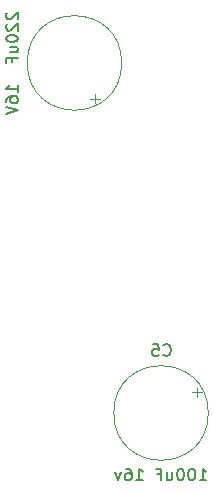
<source format=gbr>
%TF.GenerationSoftware,KiCad,Pcbnew,5.1.7-a382d34a8~88~ubuntu18.04.1*%
%TF.CreationDate,2021-04-24T23:47:22-04:00*%
%TF.ProjectId,coco2,636f636f-322e-46b6-9963-61645f706362,1.0.1*%
%TF.SameCoordinates,Original*%
%TF.FileFunction,Other,Fab,Bot*%
%FSLAX46Y46*%
G04 Gerber Fmt 4.6, Leading zero omitted, Abs format (unit mm)*
G04 Created by KiCad (PCBNEW 5.1.7-a382d34a8~88~ubuntu18.04.1) date 2021-04-24 23:47:22*
%MOMM*%
%LPD*%
G01*
G04 APERTURE LIST*
%ADD10C,0.100000*%
%ADD11C,0.150000*%
G04 APERTURE END LIST*
D10*
%TO.C,C1*%
X65490000Y-111080000D02*
G75*
G03*
X65490000Y-111080000I-4000000J0D01*
G01*
X63237500Y-114506759D02*
X63237500Y-113706759D01*
X63637500Y-114106759D02*
X62837500Y-114106759D01*
%TO.C,C5*%
X71846759Y-138572500D02*
X71846759Y-139372500D01*
X72246759Y-138972500D02*
X71446759Y-138972500D01*
X72820000Y-140720000D02*
G75*
G03*
X72820000Y-140720000I-4000000J0D01*
G01*
%TD*%
%TO.C,C1*%
D11*
X55787619Y-106818095D02*
X55740000Y-106865714D01*
X55692380Y-106960952D01*
X55692380Y-107199047D01*
X55740000Y-107294285D01*
X55787619Y-107341904D01*
X55882857Y-107389523D01*
X55978095Y-107389523D01*
X56120952Y-107341904D01*
X56692380Y-106770476D01*
X56692380Y-107389523D01*
X55787619Y-107770476D02*
X55740000Y-107818095D01*
X55692380Y-107913333D01*
X55692380Y-108151428D01*
X55740000Y-108246666D01*
X55787619Y-108294285D01*
X55882857Y-108341904D01*
X55978095Y-108341904D01*
X56120952Y-108294285D01*
X56692380Y-107722857D01*
X56692380Y-108341904D01*
X55692380Y-108960952D02*
X55692380Y-109056190D01*
X55740000Y-109151428D01*
X55787619Y-109199047D01*
X55882857Y-109246666D01*
X56073333Y-109294285D01*
X56311428Y-109294285D01*
X56501904Y-109246666D01*
X56597142Y-109199047D01*
X56644761Y-109151428D01*
X56692380Y-109056190D01*
X56692380Y-108960952D01*
X56644761Y-108865714D01*
X56597142Y-108818095D01*
X56501904Y-108770476D01*
X56311428Y-108722857D01*
X56073333Y-108722857D01*
X55882857Y-108770476D01*
X55787619Y-108818095D01*
X55740000Y-108865714D01*
X55692380Y-108960952D01*
X56025714Y-110151428D02*
X56692380Y-110151428D01*
X56025714Y-109722857D02*
X56549523Y-109722857D01*
X56644761Y-109770476D01*
X56692380Y-109865714D01*
X56692380Y-110008571D01*
X56644761Y-110103809D01*
X56597142Y-110151428D01*
X56168571Y-110960952D02*
X56168571Y-110627619D01*
X56692380Y-110627619D02*
X55692380Y-110627619D01*
X55692380Y-111103809D01*
X56692380Y-113532380D02*
X56692380Y-112960952D01*
X56692380Y-113246666D02*
X55692380Y-113246666D01*
X55835238Y-113151428D01*
X55930476Y-113056190D01*
X55978095Y-112960952D01*
X55692380Y-114389523D02*
X55692380Y-114199047D01*
X55740000Y-114103809D01*
X55787619Y-114056190D01*
X55930476Y-113960952D01*
X56120952Y-113913333D01*
X56501904Y-113913333D01*
X56597142Y-113960952D01*
X56644761Y-114008571D01*
X56692380Y-114103809D01*
X56692380Y-114294285D01*
X56644761Y-114389523D01*
X56597142Y-114437142D01*
X56501904Y-114484761D01*
X56263809Y-114484761D01*
X56168571Y-114437142D01*
X56120952Y-114389523D01*
X56073333Y-114294285D01*
X56073333Y-114103809D01*
X56120952Y-114008571D01*
X56168571Y-113960952D01*
X56263809Y-113913333D01*
X55692380Y-114770476D02*
X56692380Y-115103809D01*
X55692380Y-115437142D01*
%TO.C,C5*%
X72081904Y-146422380D02*
X72653333Y-146422380D01*
X72367619Y-146422380D02*
X72367619Y-145422380D01*
X72462857Y-145565238D01*
X72558095Y-145660476D01*
X72653333Y-145708095D01*
X71462857Y-145422380D02*
X71367619Y-145422380D01*
X71272380Y-145470000D01*
X71224761Y-145517619D01*
X71177142Y-145612857D01*
X71129523Y-145803333D01*
X71129523Y-146041428D01*
X71177142Y-146231904D01*
X71224761Y-146327142D01*
X71272380Y-146374761D01*
X71367619Y-146422380D01*
X71462857Y-146422380D01*
X71558095Y-146374761D01*
X71605714Y-146327142D01*
X71653333Y-146231904D01*
X71700952Y-146041428D01*
X71700952Y-145803333D01*
X71653333Y-145612857D01*
X71605714Y-145517619D01*
X71558095Y-145470000D01*
X71462857Y-145422380D01*
X70510476Y-145422380D02*
X70415238Y-145422380D01*
X70320000Y-145470000D01*
X70272380Y-145517619D01*
X70224761Y-145612857D01*
X70177142Y-145803333D01*
X70177142Y-146041428D01*
X70224761Y-146231904D01*
X70272380Y-146327142D01*
X70320000Y-146374761D01*
X70415238Y-146422380D01*
X70510476Y-146422380D01*
X70605714Y-146374761D01*
X70653333Y-146327142D01*
X70700952Y-146231904D01*
X70748571Y-146041428D01*
X70748571Y-145803333D01*
X70700952Y-145612857D01*
X70653333Y-145517619D01*
X70605714Y-145470000D01*
X70510476Y-145422380D01*
X69320000Y-145755714D02*
X69320000Y-146422380D01*
X69748571Y-145755714D02*
X69748571Y-146279523D01*
X69700952Y-146374761D01*
X69605714Y-146422380D01*
X69462857Y-146422380D01*
X69367619Y-146374761D01*
X69320000Y-146327142D01*
X68510476Y-145898571D02*
X68843809Y-145898571D01*
X68843809Y-146422380D02*
X68843809Y-145422380D01*
X68367619Y-145422380D01*
X66700952Y-146422380D02*
X67272380Y-146422380D01*
X66986666Y-146422380D02*
X66986666Y-145422380D01*
X67081904Y-145565238D01*
X67177142Y-145660476D01*
X67272380Y-145708095D01*
X65843809Y-145422380D02*
X66034285Y-145422380D01*
X66129523Y-145470000D01*
X66177142Y-145517619D01*
X66272380Y-145660476D01*
X66320000Y-145850952D01*
X66320000Y-146231904D01*
X66272380Y-146327142D01*
X66224761Y-146374761D01*
X66129523Y-146422380D01*
X65939047Y-146422380D01*
X65843809Y-146374761D01*
X65796190Y-146327142D01*
X65748571Y-146231904D01*
X65748571Y-145993809D01*
X65796190Y-145898571D01*
X65843809Y-145850952D01*
X65939047Y-145803333D01*
X66129523Y-145803333D01*
X66224761Y-145850952D01*
X66272380Y-145898571D01*
X66320000Y-145993809D01*
X65415238Y-145755714D02*
X65177142Y-146422380D01*
X64939047Y-145755714D01*
X69026666Y-135787142D02*
X69074285Y-135834761D01*
X69217142Y-135882380D01*
X69312380Y-135882380D01*
X69455238Y-135834761D01*
X69550476Y-135739523D01*
X69598095Y-135644285D01*
X69645714Y-135453809D01*
X69645714Y-135310952D01*
X69598095Y-135120476D01*
X69550476Y-135025238D01*
X69455238Y-134930000D01*
X69312380Y-134882380D01*
X69217142Y-134882380D01*
X69074285Y-134930000D01*
X69026666Y-134977619D01*
X68121904Y-134882380D02*
X68598095Y-134882380D01*
X68645714Y-135358571D01*
X68598095Y-135310952D01*
X68502857Y-135263333D01*
X68264761Y-135263333D01*
X68169523Y-135310952D01*
X68121904Y-135358571D01*
X68074285Y-135453809D01*
X68074285Y-135691904D01*
X68121904Y-135787142D01*
X68169523Y-135834761D01*
X68264761Y-135882380D01*
X68502857Y-135882380D01*
X68598095Y-135834761D01*
X68645714Y-135787142D01*
%TD*%
M02*

</source>
